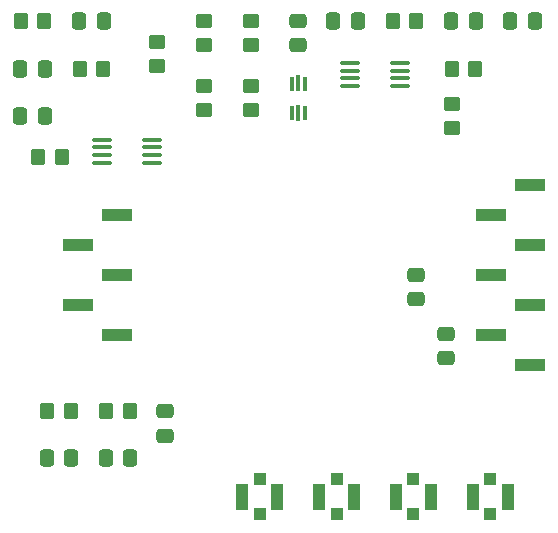
<source format=gtp>
G04 #@! TF.GenerationSoftware,KiCad,Pcbnew,6.0.6-1.fc36*
G04 #@! TF.CreationDate,2022-07-29T12:49:35+02:00*
G04 #@! TF.ProjectId,CosmicWatch-ventidue,436f736d-6963-4576-9174-63682d76656e,rev?*
G04 #@! TF.SameCoordinates,Original*
G04 #@! TF.FileFunction,Paste,Top*
G04 #@! TF.FilePolarity,Positive*
%FSLAX46Y46*%
G04 Gerber Fmt 4.6, Leading zero omitted, Abs format (unit mm)*
G04 Created by KiCad (PCBNEW 6.0.6-1.fc36) date 2022-07-29 12:49:35*
%MOMM*%
%LPD*%
G01*
G04 APERTURE LIST*
G04 Aperture macros list*
%AMRoundRect*
0 Rectangle with rounded corners*
0 $1 Rounding radius*
0 $2 $3 $4 $5 $6 $7 $8 $9 X,Y pos of 4 corners*
0 Add a 4 corners polygon primitive as box body*
4,1,4,$2,$3,$4,$5,$6,$7,$8,$9,$2,$3,0*
0 Add four circle primitives for the rounded corners*
1,1,$1+$1,$2,$3*
1,1,$1+$1,$4,$5*
1,1,$1+$1,$6,$7*
1,1,$1+$1,$8,$9*
0 Add four rect primitives between the rounded corners*
20,1,$1+$1,$2,$3,$4,$5,0*
20,1,$1+$1,$4,$5,$6,$7,0*
20,1,$1+$1,$6,$7,$8,$9,0*
20,1,$1+$1,$8,$9,$2,$3,0*%
G04 Aperture macros list end*
%ADD10R,2.510000X1.000000*%
%ADD11RoundRect,0.250000X0.450000X-0.350000X0.450000X0.350000X-0.450000X0.350000X-0.450000X-0.350000X0*%
%ADD12RoundRect,0.250000X-0.475000X0.337500X-0.475000X-0.337500X0.475000X-0.337500X0.475000X0.337500X0*%
%ADD13R,1.000000X1.000000*%
%ADD14R,1.050000X2.200000*%
%ADD15RoundRect,0.100000X-0.712500X-0.100000X0.712500X-0.100000X0.712500X0.100000X-0.712500X0.100000X0*%
%ADD16RoundRect,0.250000X-0.337500X-0.475000X0.337500X-0.475000X0.337500X0.475000X-0.337500X0.475000X0*%
%ADD17RoundRect,0.250000X-0.450000X0.350000X-0.450000X-0.350000X0.450000X-0.350000X0.450000X0.350000X0*%
%ADD18RoundRect,0.250000X0.350000X0.450000X-0.350000X0.450000X-0.350000X-0.450000X0.350000X-0.450000X0*%
%ADD19RoundRect,0.250000X0.475000X-0.337500X0.475000X0.337500X-0.475000X0.337500X-0.475000X-0.337500X0*%
%ADD20RoundRect,0.250000X-0.350000X-0.450000X0.350000X-0.450000X0.350000X0.450000X-0.350000X0.450000X0*%
%ADD21RoundRect,0.250000X0.337500X0.475000X-0.337500X0.475000X-0.337500X-0.475000X0.337500X-0.475000X0*%
%ADD22R,0.375000X1.250000*%
%ADD23R,0.300000X1.400000*%
G04 APERTURE END LIST*
D10*
X96655000Y-129880000D03*
X93345000Y-132420000D03*
X96655000Y-134960000D03*
X93345000Y-137500000D03*
X96655000Y-140040000D03*
X93345000Y-142580000D03*
X96655000Y-145120000D03*
D11*
X65000000Y-119750000D03*
X65000000Y-117750000D03*
D12*
X87000000Y-137462500D03*
X87000000Y-139537500D03*
D11*
X73000000Y-123500000D03*
X73000000Y-121500000D03*
D13*
X73750000Y-154750000D03*
D14*
X72275000Y-156250000D03*
D13*
X73750000Y-157750000D03*
D14*
X75225000Y-156250000D03*
D13*
X93250000Y-154750000D03*
D14*
X91775000Y-156250000D03*
D13*
X93250000Y-157750000D03*
D14*
X94725000Y-156250000D03*
D15*
X60387500Y-126025000D03*
X60387500Y-126675000D03*
X60387500Y-127325000D03*
X60387500Y-127975000D03*
X64612500Y-127975000D03*
X64612500Y-127325000D03*
X64612500Y-126675000D03*
X64612500Y-126025000D03*
D16*
X60712500Y-153000000D03*
X62787500Y-153000000D03*
D17*
X90000000Y-123000000D03*
X90000000Y-125000000D03*
D16*
X89962500Y-116000000D03*
X92037500Y-116000000D03*
D18*
X57000000Y-127500000D03*
X55000000Y-127500000D03*
D12*
X89500000Y-142462500D03*
X89500000Y-144537500D03*
D19*
X77000000Y-118037500D03*
X77000000Y-115962500D03*
D13*
X80250000Y-154750000D03*
D14*
X78775000Y-156250000D03*
D13*
X80250000Y-157750000D03*
D14*
X81725000Y-156250000D03*
D15*
X81387500Y-119525000D03*
X81387500Y-120175000D03*
X81387500Y-120825000D03*
X81387500Y-121475000D03*
X85612500Y-121475000D03*
X85612500Y-120825000D03*
X85612500Y-120175000D03*
X85612500Y-119525000D03*
D13*
X86750000Y-154750000D03*
D14*
X85275000Y-156250000D03*
D13*
X86750000Y-157750000D03*
D14*
X88225000Y-156250000D03*
D20*
X90000000Y-120000000D03*
X92000000Y-120000000D03*
D21*
X55537500Y-120000000D03*
X53462500Y-120000000D03*
D20*
X58500000Y-120000000D03*
X60500000Y-120000000D03*
X85000000Y-116000000D03*
X87000000Y-116000000D03*
D10*
X61655000Y-132382500D03*
X58345000Y-134922500D03*
X61655000Y-137462500D03*
X58345000Y-140002500D03*
X61655000Y-142542500D03*
D16*
X94962500Y-116000000D03*
X97037500Y-116000000D03*
D18*
X55500000Y-116000000D03*
X53500000Y-116000000D03*
D21*
X55537500Y-124000000D03*
X53462500Y-124000000D03*
X57787500Y-153000000D03*
X55712500Y-153000000D03*
D12*
X65750000Y-149000000D03*
X65750000Y-151075000D03*
D16*
X79962500Y-116000000D03*
X82037500Y-116000000D03*
X58462500Y-116000000D03*
X60537500Y-116000000D03*
D11*
X69000000Y-123500000D03*
X69000000Y-121500000D03*
D20*
X55750000Y-149000000D03*
X57750000Y-149000000D03*
D11*
X69000000Y-118000000D03*
X69000000Y-116000000D03*
X73000000Y-118000000D03*
X73000000Y-116000000D03*
D22*
X76462500Y-123725000D03*
D23*
X77000000Y-123800000D03*
D22*
X77537500Y-123725000D03*
X77537500Y-121275000D03*
D23*
X77000000Y-121200000D03*
D22*
X76462500Y-121275000D03*
D20*
X60750000Y-149000000D03*
X62750000Y-149000000D03*
M02*

</source>
